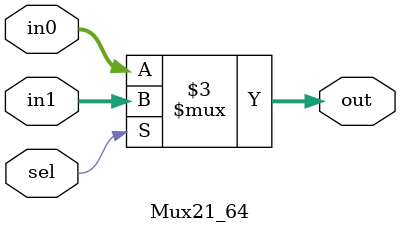
<source format=v>
module Mux21_64(out, in0,in1, sel);
input [63:0] in0 , in1;
input sel;
output reg [63:0] out;

/*wire outI0, outI1, nsel;
not n0(nsel, sel);
and a1(outI0, in[0], nsel);
and a2(outI1, in[1], sel);
or o1(out, outI0, outI1);*/
always @(*)
begin
if(sel)
begin
out <= #2 in1;
end
else
begin
out <= #2 in0;
end
end
endmodule
</source>
